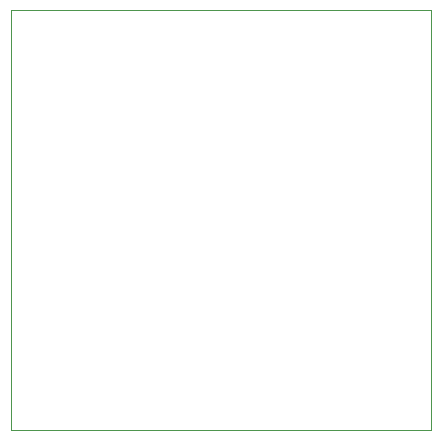
<source format=gbr>
G04 #@! TF.GenerationSoftware,KiCad,Pcbnew,5.1.4+dfsg1-1*
G04 #@! TF.CreationDate,2020-05-14T03:41:50+02:00*
G04 #@! TF.ProjectId,qfn28-breakout,71666e32-382d-4627-9265-616b6f75742e,rev?*
G04 #@! TF.SameCoordinates,Original*
G04 #@! TF.FileFunction,Profile,NP*
%FSLAX46Y46*%
G04 Gerber Fmt 4.6, Leading zero omitted, Abs format (unit mm)*
G04 Created by KiCad (PCBNEW 5.1.4+dfsg1-1) date 2020-05-14 03:41:50*
%MOMM*%
%LPD*%
G04 APERTURE LIST*
%ADD10C,0.050000*%
G04 APERTURE END LIST*
D10*
X63500000Y642620000D02*
X99060000Y642620000D01*
X63500000Y678180000D02*
X63500000Y642620000D01*
X99060000Y678180000D02*
X63500000Y678180000D01*
X99060000Y678180000D02*
X99060000Y642620000D01*
M02*

</source>
